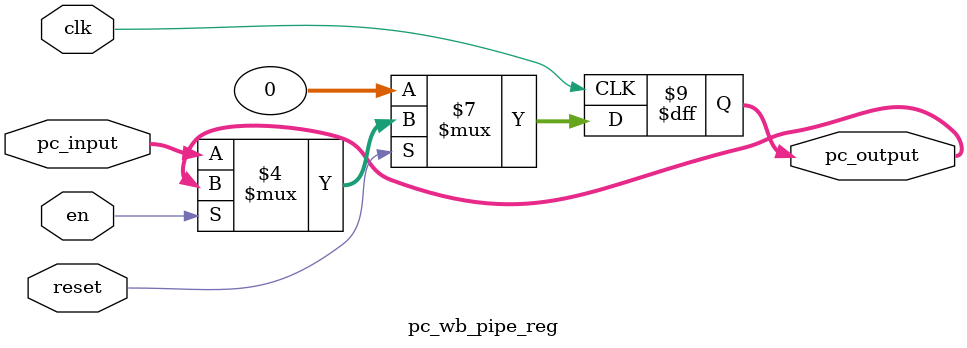
<source format=v>
module pc_wb_pipe_reg (
    input clk,
    input reset,
    input en,
    input [31:0]pc_input,
    output reg [31:0] pc_output
    );

always@(posedge clk)
    begin
        if(~reset)
            begin
                pc_output <= 32'b0;
            end
        else if (!en)
            begin
                pc_output <= pc_input;
            end             
    end
endmodule
</source>
